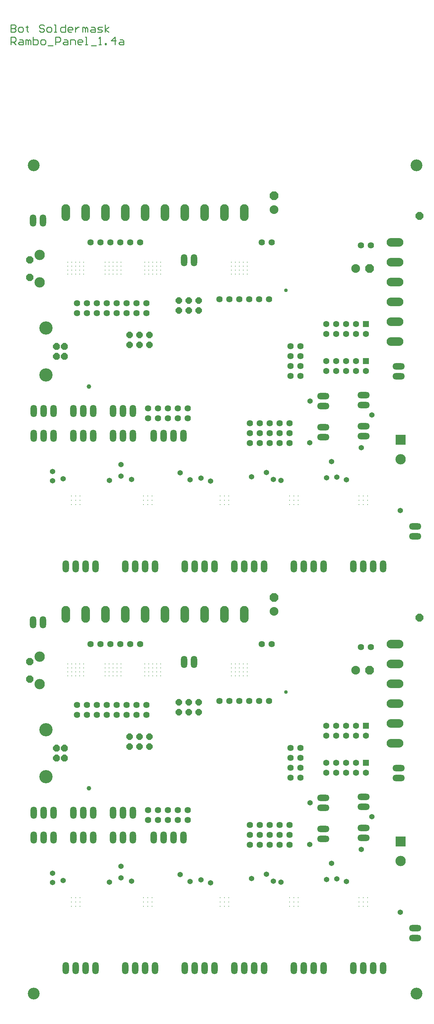
<source format=gbs>
G04 Layer_Color=16711935*
%FSLAX25Y25*%
%MOIN*%
G70*
G01*
G75*
%ADD12C,0.01000*%
%ADD88P,0.07577X8X292.5*%
%ADD110C,0.06400*%
G04:AMPARAMS|DCode=216|XSize=118.74mil|YSize=118.74mil|CornerRadius=59.37mil|HoleSize=0mil|Usage=FLASHONLY|Rotation=90.000|XOffset=0mil|YOffset=0mil|HoleType=Round|Shape=RoundedRectangle|*
%AMROUNDEDRECTD216*
21,1,0.11874,0.00000,0,0,90.0*
21,1,0.00000,0.11874,0,0,90.0*
1,1,0.11874,0.00000,0.00000*
1,1,0.11874,0.00000,0.00000*
1,1,0.11874,0.00000,0.00000*
1,1,0.11874,0.00000,0.00000*
%
%ADD216ROUNDEDRECTD216*%
%ADD267C,0.13391*%
%ADD268P,0.07038X8X22.5*%
%ADD269O,0.06400X0.12400*%
%ADD270C,0.10400*%
%ADD271P,0.08010X8X292.5*%
%ADD272O,0.16900X0.08650*%
%ADD273C,0.08800*%
%ADD274P,0.09525X8X112.5*%
%ADD275P,0.08659X8X22.5*%
%ADD276O,0.08650X0.16900*%
%ADD277R,0.10400X0.10400*%
%ADD278O,0.12400X0.06400*%
%ADD279P,0.09525X8X22.5*%
%ADD280C,0.05400*%
%ADD281R,0.06305X0.06305*%
%ADD282C,0.06305*%
%ADD284C,0.03769*%
%ADD285C,0.04556*%
G04:AMPARAMS|DCode=286|XSize=54mil|YSize=54mil|CornerRadius=27mil|HoleSize=0mil|Usage=FLASHONLY|Rotation=180.000|XOffset=0mil|YOffset=0mil|HoleType=Round|Shape=RoundedRectangle|*
%AMROUNDEDRECTD286*
21,1,0.05400,0.00000,0,0,180.0*
21,1,0.00000,0.05400,0,0,180.0*
1,1,0.05400,0.00000,0.00000*
1,1,0.05400,0.00000,0.00000*
1,1,0.05400,0.00000,0.00000*
1,1,0.05400,0.00000,0.00000*
%
%ADD286ROUNDEDRECTD286*%
%ADD287C,0.01000*%
G54D12*
X14869Y989837D02*
Y982340D01*
X18618D01*
X19868Y983589D01*
Y984839D01*
X18618Y986089D01*
X14869D01*
X18618D01*
X19868Y987338D01*
Y988588D01*
X18618Y989837D01*
X14869D01*
X23617Y982340D02*
X26116D01*
X27365Y983589D01*
Y986089D01*
X26116Y987338D01*
X23617D01*
X22367Y986089D01*
Y983589D01*
X23617Y982340D01*
X31114Y988588D02*
Y987338D01*
X29865D01*
X32364D01*
X31114D01*
Y983589D01*
X32364Y982340D01*
X48608Y988588D02*
X47359Y989837D01*
X44860D01*
X43610Y988588D01*
Y987338D01*
X44860Y986089D01*
X47359D01*
X48608Y984839D01*
Y983589D01*
X47359Y982340D01*
X44860D01*
X43610Y983589D01*
X52357Y982340D02*
X54856D01*
X56106Y983589D01*
Y986089D01*
X54856Y987338D01*
X52357D01*
X51108Y986089D01*
Y983589D01*
X52357Y982340D01*
X58605D02*
X61105D01*
X59855D01*
Y989837D01*
X58605D01*
X69852D02*
Y982340D01*
X66103D01*
X64853Y983589D01*
Y986089D01*
X66103Y987338D01*
X69852D01*
X76100Y982340D02*
X73601D01*
X72351Y983589D01*
Y986089D01*
X73601Y987338D01*
X76100D01*
X77349Y986089D01*
Y984839D01*
X72351D01*
X79848Y987338D02*
Y982340D01*
Y984839D01*
X81098Y986089D01*
X82348Y987338D01*
X83597D01*
X87346Y982340D02*
Y987338D01*
X88596D01*
X89845Y986089D01*
Y982340D01*
Y986089D01*
X91095Y987338D01*
X92344Y986089D01*
Y982340D01*
X96093Y987338D02*
X98592D01*
X99842Y986089D01*
Y982340D01*
X96093D01*
X94844Y983589D01*
X96093Y984839D01*
X99842D01*
X102341Y982340D02*
X106090D01*
X107340Y983589D01*
X106090Y984839D01*
X103591D01*
X102341Y986089D01*
X103591Y987338D01*
X107340D01*
X109839Y982340D02*
Y989837D01*
Y984839D02*
X113588Y987338D01*
X109839Y984839D02*
X113588Y982340D01*
X14869Y969840D02*
Y977337D01*
X18618D01*
X19868Y976088D01*
Y973589D01*
X18618Y972339D01*
X14869D01*
X17369D02*
X19868Y969840D01*
X23617Y974838D02*
X26116D01*
X27365Y973589D01*
Y969840D01*
X23617D01*
X22367Y971089D01*
X23617Y972339D01*
X27365D01*
X29865Y969840D02*
Y974838D01*
X31114D01*
X32364Y973589D01*
Y969840D01*
Y973589D01*
X33613Y974838D01*
X34863Y973589D01*
Y969840D01*
X37362Y977337D02*
Y969840D01*
X41111D01*
X42360Y971089D01*
Y972339D01*
Y973589D01*
X41111Y974838D01*
X37362D01*
X46109Y969840D02*
X48608D01*
X49858Y971089D01*
Y973589D01*
X48608Y974838D01*
X46109D01*
X44860Y973589D01*
Y971089D01*
X46109Y969840D01*
X52357Y968590D02*
X57356D01*
X59855Y969840D02*
Y977337D01*
X63604D01*
X64853Y976088D01*
Y973589D01*
X63604Y972339D01*
X59855D01*
X68602Y974838D02*
X71101D01*
X72351Y973589D01*
Y969840D01*
X68602D01*
X67352Y971089D01*
X68602Y972339D01*
X72351D01*
X74850Y969840D02*
Y974838D01*
X78599D01*
X79848Y973589D01*
Y969840D01*
X86096D02*
X83597D01*
X82348Y971089D01*
Y973589D01*
X83597Y974838D01*
X86096D01*
X87346Y973589D01*
Y972339D01*
X82348D01*
X89845Y969840D02*
X92344D01*
X91095D01*
Y977337D01*
X89845D01*
X96093Y968590D02*
X101092D01*
X103591Y969840D02*
X106090D01*
X104840D01*
Y977337D01*
X103591Y976088D01*
X109839Y969840D02*
Y971089D01*
X111088D01*
Y969840D01*
X109839D01*
X119835D02*
Y977337D01*
X116087Y973589D01*
X121085D01*
X124834Y974838D02*
X127333D01*
X128583Y973589D01*
Y969840D01*
X124834D01*
X123584Y971089D01*
X124834Y972339D01*
X128583D01*
G54D88*
X61063Y250473D02*
D03*
Y260315D02*
D03*
X68937D02*
D03*
Y250473D02*
D03*
X61063Y655473D02*
D03*
Y665315D02*
D03*
X68937D02*
D03*
Y655473D02*
D03*
G54D110*
X275394Y307894D02*
D03*
X265394D02*
D03*
X255394D02*
D03*
X245394D02*
D03*
X235394D02*
D03*
X225394D02*
D03*
X193288Y197894D02*
D03*
Y187894D02*
D03*
X183288Y197894D02*
D03*
Y187894D02*
D03*
X173288Y197894D02*
D03*
Y187894D02*
D03*
X163288Y197894D02*
D03*
Y187894D02*
D03*
X153288Y197894D02*
D03*
Y187894D02*
D03*
X81644Y294144D02*
D03*
Y304144D02*
D03*
X91644Y294144D02*
D03*
Y304144D02*
D03*
X101644Y294144D02*
D03*
Y304144D02*
D03*
X111644Y294144D02*
D03*
Y304144D02*
D03*
X121644Y294144D02*
D03*
Y304144D02*
D03*
X131644Y294144D02*
D03*
Y304144D02*
D03*
X141644Y294144D02*
D03*
Y304144D02*
D03*
X151644Y294144D02*
D03*
Y304144D02*
D03*
X297094Y260594D02*
D03*
X307094D02*
D03*
X297094Y250594D02*
D03*
X307094D02*
D03*
X297094Y240594D02*
D03*
X307094D02*
D03*
X297094Y230594D02*
D03*
X307094D02*
D03*
X367894Y362394D02*
D03*
X377894D02*
D03*
X277894Y365394D02*
D03*
X267894D02*
D03*
X145394D02*
D03*
X135394D02*
D03*
X125394D02*
D03*
X115394D02*
D03*
X105394D02*
D03*
X95394D02*
D03*
X255894Y182955D02*
D03*
X265894D02*
D03*
X275894D02*
D03*
X285894D02*
D03*
X295894D02*
D03*
X255894Y172955D02*
D03*
X265894D02*
D03*
X275894D02*
D03*
X285894D02*
D03*
X295894D02*
D03*
X255894Y162955D02*
D03*
X265894D02*
D03*
X275894D02*
D03*
X285894D02*
D03*
X295894D02*
D03*
X275394Y712894D02*
D03*
X265394D02*
D03*
X255394D02*
D03*
X245394D02*
D03*
X235394D02*
D03*
X225394D02*
D03*
X193288Y602894D02*
D03*
Y592894D02*
D03*
X183288Y602894D02*
D03*
Y592894D02*
D03*
X173288Y602894D02*
D03*
Y592894D02*
D03*
X163288Y602894D02*
D03*
Y592894D02*
D03*
X153288Y602894D02*
D03*
Y592894D02*
D03*
X81644Y699144D02*
D03*
Y709144D02*
D03*
X91644Y699144D02*
D03*
Y709144D02*
D03*
X101644Y699144D02*
D03*
Y709144D02*
D03*
X111644Y699144D02*
D03*
Y709144D02*
D03*
X121644Y699144D02*
D03*
Y709144D02*
D03*
X131644Y699144D02*
D03*
Y709144D02*
D03*
X141644Y699144D02*
D03*
Y709144D02*
D03*
X151644Y699144D02*
D03*
Y709144D02*
D03*
X297094Y665594D02*
D03*
X307094D02*
D03*
X297094Y655594D02*
D03*
X307094D02*
D03*
X297094Y645594D02*
D03*
X307094D02*
D03*
X297094Y635594D02*
D03*
X307094D02*
D03*
X367894Y767394D02*
D03*
X377894D02*
D03*
X277894Y770394D02*
D03*
X267894D02*
D03*
X145394D02*
D03*
X135394D02*
D03*
X125394D02*
D03*
X115394D02*
D03*
X105394D02*
D03*
X95394D02*
D03*
X255894Y587955D02*
D03*
X265894D02*
D03*
X275894D02*
D03*
X285894D02*
D03*
X295894D02*
D03*
X255894Y577955D02*
D03*
X265894D02*
D03*
X275894D02*
D03*
X285894D02*
D03*
X295894D02*
D03*
X255894Y567955D02*
D03*
X265894D02*
D03*
X275894D02*
D03*
X285894D02*
D03*
X295894D02*
D03*
G54D216*
X37894Y847974D02*
D03*
X423780D02*
D03*
Y13189D02*
D03*
X37894Y12894D02*
D03*
G54D267*
X50394Y231772D02*
D03*
Y279016D02*
D03*
Y636772D02*
D03*
Y684016D02*
D03*
G54D268*
X154644Y272144D02*
D03*
Y262144D02*
D03*
X144644Y272144D02*
D03*
Y262144D02*
D03*
X134644Y272144D02*
D03*
Y262144D02*
D03*
X204144Y306644D02*
D03*
Y296644D02*
D03*
X194144Y306644D02*
D03*
Y296644D02*
D03*
X184144Y306644D02*
D03*
Y296644D02*
D03*
X154644Y677144D02*
D03*
Y667144D02*
D03*
X144644Y677144D02*
D03*
Y667144D02*
D03*
X134644Y677144D02*
D03*
Y667144D02*
D03*
X204144Y711644D02*
D03*
Y701644D02*
D03*
X194144Y711644D02*
D03*
Y701644D02*
D03*
X184144Y711644D02*
D03*
Y701644D02*
D03*
G54D269*
X37894Y170394D02*
D03*
X47894D02*
D03*
X57894D02*
D03*
X189065D02*
D03*
X159065D02*
D03*
X169065D02*
D03*
X179065D02*
D03*
X240128Y38694D02*
D03*
X250128D02*
D03*
X260128D02*
D03*
X270128D02*
D03*
X189644Y347394D02*
D03*
X199644D02*
D03*
X37269Y387269D02*
D03*
X47269D02*
D03*
X77894Y170394D02*
D03*
X87894D02*
D03*
X97894D02*
D03*
X117894D02*
D03*
X127894D02*
D03*
X137894D02*
D03*
X57894Y195394D02*
D03*
X47894D02*
D03*
X37894D02*
D03*
X97894D02*
D03*
X87894D02*
D03*
X77894D02*
D03*
X137894D02*
D03*
X127894D02*
D03*
X117894D02*
D03*
X360128Y38694D02*
D03*
X370128D02*
D03*
X380128D02*
D03*
X390128D02*
D03*
X300128D02*
D03*
X310128D02*
D03*
X320128D02*
D03*
X330128D02*
D03*
X190128D02*
D03*
X200128D02*
D03*
X210128D02*
D03*
X220128D02*
D03*
X130128D02*
D03*
X140128D02*
D03*
X150128D02*
D03*
X160128D02*
D03*
X70394D02*
D03*
X80394D02*
D03*
X90394D02*
D03*
X100394D02*
D03*
X37894Y575394D02*
D03*
X47894D02*
D03*
X57894D02*
D03*
X189065D02*
D03*
X159065D02*
D03*
X169065D02*
D03*
X179065D02*
D03*
X240128Y443694D02*
D03*
X250128D02*
D03*
X260128D02*
D03*
X270128D02*
D03*
X189644Y752394D02*
D03*
X199644D02*
D03*
X37269Y792269D02*
D03*
X47269D02*
D03*
X77894Y575394D02*
D03*
X87894D02*
D03*
X97894D02*
D03*
X117894D02*
D03*
X127894D02*
D03*
X137894D02*
D03*
X57894Y600394D02*
D03*
X47894D02*
D03*
X37894D02*
D03*
X97894D02*
D03*
X87894D02*
D03*
X77894D02*
D03*
X137894D02*
D03*
X127894D02*
D03*
X117894D02*
D03*
X360128Y443694D02*
D03*
X370128D02*
D03*
X380128D02*
D03*
X390128D02*
D03*
X300128D02*
D03*
X310128D02*
D03*
X320128D02*
D03*
X330128D02*
D03*
X190128D02*
D03*
X200128D02*
D03*
X210128D02*
D03*
X220128D02*
D03*
X130128D02*
D03*
X140128D02*
D03*
X150128D02*
D03*
X160128D02*
D03*
X70394D02*
D03*
X80394D02*
D03*
X90394D02*
D03*
X100394D02*
D03*
G54D270*
X43794Y325094D02*
D03*
Y352694D02*
D03*
X407894Y146801D02*
D03*
X43794Y730094D02*
D03*
Y757694D02*
D03*
X407894Y551801D02*
D03*
G54D271*
X33994Y329994D02*
D03*
Y347794D02*
D03*
Y734994D02*
D03*
Y752794D02*
D03*
G54D272*
X402394Y345394D02*
D03*
Y325394D02*
D03*
Y305394D02*
D03*
Y365394D02*
D03*
Y285394D02*
D03*
Y265394D02*
D03*
Y750394D02*
D03*
Y730394D02*
D03*
Y710394D02*
D03*
Y770394D02*
D03*
Y690394D02*
D03*
Y670394D02*
D03*
G54D273*
X280394Y398394D02*
D03*
X362644Y338894D02*
D03*
X280394Y803394D02*
D03*
X362644Y743894D02*
D03*
G54D274*
X280394Y412394D02*
D03*
Y817394D02*
D03*
G54D275*
X426929Y392008D02*
D03*
Y797008D02*
D03*
G54D276*
X250394Y395394D02*
D03*
X230394D02*
D03*
X210394D02*
D03*
X190394D02*
D03*
X170394D02*
D03*
X150394D02*
D03*
X130394D02*
D03*
X110394D02*
D03*
X90394D02*
D03*
X70394D02*
D03*
X250394Y800394D02*
D03*
X230394D02*
D03*
X210394D02*
D03*
X190394D02*
D03*
X170394D02*
D03*
X150394D02*
D03*
X130394D02*
D03*
X110394D02*
D03*
X90394D02*
D03*
X70394D02*
D03*
G54D277*
X407894Y166487D02*
D03*
Y571487D02*
D03*
G54D278*
X370494Y180094D02*
D03*
Y170094D02*
D03*
X405794Y230394D02*
D03*
Y240394D02*
D03*
X422589Y79119D02*
D03*
Y69119D02*
D03*
X370494Y211494D02*
D03*
Y201494D02*
D03*
X329794Y179094D02*
D03*
Y169094D02*
D03*
X330094Y210294D02*
D03*
Y200294D02*
D03*
X370494Y585094D02*
D03*
Y575094D02*
D03*
X405794Y635394D02*
D03*
Y645394D02*
D03*
X422589Y484119D02*
D03*
Y474119D02*
D03*
X370494Y616494D02*
D03*
Y606494D02*
D03*
X329794Y584094D02*
D03*
Y574094D02*
D03*
X330094Y615294D02*
D03*
Y605294D02*
D03*
G54D279*
X376644Y338894D02*
D03*
Y743894D02*
D03*
G54D280*
X407569Y95144D02*
D03*
X338357Y144519D02*
D03*
X343738Y128744D02*
D03*
X353131Y125969D02*
D03*
X333144Y127894D02*
D03*
X272769Y133394D02*
D03*
X287289Y125354D02*
D03*
X279700Y126437D02*
D03*
X257519Y128894D02*
D03*
X195607Y126158D02*
D03*
X206532Y127801D02*
D03*
X216144Y124769D02*
D03*
X185526Y133157D02*
D03*
X126087Y129750D02*
D03*
X126019Y141394D02*
D03*
X136732Y126269D02*
D03*
X114325Y125494D02*
D03*
X57000Y134327D02*
D03*
X67756Y126926D02*
D03*
X56894Y124894D02*
D03*
X407569Y500144D02*
D03*
X338357Y549519D02*
D03*
X343738Y533744D02*
D03*
X353131Y530969D02*
D03*
X333144Y532894D02*
D03*
X272769Y538394D02*
D03*
X287289Y530354D02*
D03*
X279700Y531437D02*
D03*
X257519Y533894D02*
D03*
X195607Y531158D02*
D03*
X206532Y532801D02*
D03*
X216144Y529769D02*
D03*
X185526Y538157D02*
D03*
X126087Y534750D02*
D03*
X126019Y546394D02*
D03*
X136732Y531269D02*
D03*
X114325Y530494D02*
D03*
X57000Y539327D02*
D03*
X67756Y531926D02*
D03*
X56894Y529894D02*
D03*
G54D281*
X372894Y282894D02*
D03*
Y245594D02*
D03*
Y687894D02*
D03*
Y650594D02*
D03*
G54D282*
Y272894D02*
D03*
X362894Y282894D02*
D03*
Y272894D02*
D03*
X352894Y282894D02*
D03*
Y272894D02*
D03*
X342894Y282894D02*
D03*
Y272894D02*
D03*
X332894Y282894D02*
D03*
Y272894D02*
D03*
X372894Y235594D02*
D03*
X362894Y245594D02*
D03*
Y235594D02*
D03*
X352894Y245594D02*
D03*
Y235594D02*
D03*
X342894Y245594D02*
D03*
Y235594D02*
D03*
X332894Y245594D02*
D03*
Y235594D02*
D03*
X372894Y677894D02*
D03*
X362894Y687894D02*
D03*
Y677894D02*
D03*
X352894Y687894D02*
D03*
Y677894D02*
D03*
X342894Y687894D02*
D03*
Y677894D02*
D03*
X332894Y687894D02*
D03*
Y677894D02*
D03*
X372894Y640594D02*
D03*
X362894Y650594D02*
D03*
Y640594D02*
D03*
X352894Y650594D02*
D03*
Y640594D02*
D03*
X342894Y650594D02*
D03*
Y640594D02*
D03*
X332894Y650594D02*
D03*
Y640594D02*
D03*
G54D284*
X292219Y316894D02*
D03*
Y721894D02*
D03*
G54D285*
X93644Y220144D02*
D03*
Y625144D02*
D03*
G54D286*
X378855Y191318D02*
D03*
X368394Y158394D02*
D03*
X316294Y163294D02*
D03*
X316594Y205294D02*
D03*
X378855Y596318D02*
D03*
X368394Y563394D02*
D03*
X316294Y568294D02*
D03*
X316594Y610294D02*
D03*
G54D287*
X84724Y101063D02*
D03*
X80394D02*
D03*
X76063D02*
D03*
X84724Y105394D02*
D03*
X80394D02*
D03*
X76063D02*
D03*
X84724Y109724D02*
D03*
X80394D02*
D03*
X76063D02*
D03*
X148563D02*
D03*
X152894D02*
D03*
X157224D02*
D03*
X148563Y105394D02*
D03*
X152894D02*
D03*
X157224D02*
D03*
X148563Y101063D02*
D03*
X152894D02*
D03*
X157224D02*
D03*
X234724D02*
D03*
X230394D02*
D03*
X226063D02*
D03*
X234724Y105394D02*
D03*
X230394D02*
D03*
X226063D02*
D03*
X234724Y109724D02*
D03*
X230394D02*
D03*
X226063D02*
D03*
X296063D02*
D03*
X300394D02*
D03*
X304724D02*
D03*
X296063Y105394D02*
D03*
X300394D02*
D03*
X304724D02*
D03*
X296063Y101063D02*
D03*
X300394D02*
D03*
X304724D02*
D03*
X374724D02*
D03*
X370394D02*
D03*
X366063D02*
D03*
X374724Y105394D02*
D03*
X370394D02*
D03*
X366063D02*
D03*
X374724Y109724D02*
D03*
X370394D02*
D03*
X366063D02*
D03*
X84394Y333500D02*
D03*
X88394D02*
D03*
Y337500D02*
D03*
X84394D02*
D03*
Y341500D02*
D03*
X88394D02*
D03*
Y345500D02*
D03*
X84394D02*
D03*
X76394D02*
D03*
X72394D02*
D03*
Y341500D02*
D03*
X76394D02*
D03*
Y337500D02*
D03*
X72394D02*
D03*
Y333500D02*
D03*
X76394D02*
D03*
X80394D02*
D03*
Y337500D02*
D03*
Y345500D02*
D03*
Y341500D02*
D03*
X117894D02*
D03*
Y345500D02*
D03*
Y337500D02*
D03*
Y333500D02*
D03*
X113894D02*
D03*
X109894D02*
D03*
Y337500D02*
D03*
X113894D02*
D03*
Y341500D02*
D03*
X109894D02*
D03*
Y345500D02*
D03*
X113894D02*
D03*
X121894D02*
D03*
X125894D02*
D03*
Y341500D02*
D03*
X121894D02*
D03*
Y337500D02*
D03*
X125894D02*
D03*
Y333500D02*
D03*
X121894D02*
D03*
X161894D02*
D03*
X165894D02*
D03*
Y337500D02*
D03*
X161894D02*
D03*
Y341500D02*
D03*
X165894D02*
D03*
Y345500D02*
D03*
X161894D02*
D03*
X153894D02*
D03*
X149894D02*
D03*
Y341500D02*
D03*
X153894D02*
D03*
Y337500D02*
D03*
X149894D02*
D03*
Y333500D02*
D03*
X153894D02*
D03*
X157894D02*
D03*
Y337500D02*
D03*
Y345500D02*
D03*
Y341500D02*
D03*
X245394D02*
D03*
Y345500D02*
D03*
Y337500D02*
D03*
Y333500D02*
D03*
X241394D02*
D03*
X237394D02*
D03*
Y337500D02*
D03*
X241394D02*
D03*
Y341500D02*
D03*
X237394D02*
D03*
Y345500D02*
D03*
X241394D02*
D03*
X249394D02*
D03*
X253394D02*
D03*
Y341500D02*
D03*
X249394D02*
D03*
Y337500D02*
D03*
X253394D02*
D03*
Y333500D02*
D03*
X249394D02*
D03*
X84724Y506063D02*
D03*
X80394D02*
D03*
X76063D02*
D03*
X84724Y510394D02*
D03*
X80394D02*
D03*
X76063D02*
D03*
X84724Y514724D02*
D03*
X80394D02*
D03*
X76063D02*
D03*
X148563D02*
D03*
X152894D02*
D03*
X157224D02*
D03*
X148563Y510394D02*
D03*
X152894D02*
D03*
X157224D02*
D03*
X148563Y506063D02*
D03*
X152894D02*
D03*
X157224D02*
D03*
X234724D02*
D03*
X230394D02*
D03*
X226063D02*
D03*
X234724Y510394D02*
D03*
X230394D02*
D03*
X226063D02*
D03*
X234724Y514724D02*
D03*
X230394D02*
D03*
X226063D02*
D03*
X296063D02*
D03*
X300394D02*
D03*
X304724D02*
D03*
X296063Y510394D02*
D03*
X300394D02*
D03*
X304724D02*
D03*
X296063Y506063D02*
D03*
X300394D02*
D03*
X304724D02*
D03*
X374724D02*
D03*
X370394D02*
D03*
X366063D02*
D03*
X374724Y510394D02*
D03*
X370394D02*
D03*
X366063D02*
D03*
X374724Y514724D02*
D03*
X370394D02*
D03*
X366063D02*
D03*
X84394Y738500D02*
D03*
X88394D02*
D03*
Y742500D02*
D03*
X84394D02*
D03*
Y746500D02*
D03*
X88394D02*
D03*
Y750500D02*
D03*
X84394D02*
D03*
X76394D02*
D03*
X72394D02*
D03*
Y746500D02*
D03*
X76394D02*
D03*
Y742500D02*
D03*
X72394D02*
D03*
Y738500D02*
D03*
X76394D02*
D03*
X80394D02*
D03*
Y742500D02*
D03*
Y750500D02*
D03*
Y746500D02*
D03*
X117894D02*
D03*
Y750500D02*
D03*
Y742500D02*
D03*
Y738500D02*
D03*
X113894D02*
D03*
X109894D02*
D03*
Y742500D02*
D03*
X113894D02*
D03*
Y746500D02*
D03*
X109894D02*
D03*
Y750500D02*
D03*
X113894D02*
D03*
X121894D02*
D03*
X125894D02*
D03*
Y746500D02*
D03*
X121894D02*
D03*
Y742500D02*
D03*
X125894D02*
D03*
Y738500D02*
D03*
X121894D02*
D03*
X161894D02*
D03*
X165894D02*
D03*
Y742500D02*
D03*
X161894D02*
D03*
Y746500D02*
D03*
X165894D02*
D03*
Y750500D02*
D03*
X161894D02*
D03*
X153894D02*
D03*
X149894D02*
D03*
Y746500D02*
D03*
X153894D02*
D03*
Y742500D02*
D03*
X149894D02*
D03*
Y738500D02*
D03*
X153894D02*
D03*
X157894D02*
D03*
Y742500D02*
D03*
Y750500D02*
D03*
Y746500D02*
D03*
X245394D02*
D03*
Y750500D02*
D03*
Y742500D02*
D03*
Y738500D02*
D03*
X241394D02*
D03*
X237394D02*
D03*
Y742500D02*
D03*
X241394D02*
D03*
Y746500D02*
D03*
X237394D02*
D03*
Y750500D02*
D03*
X241394D02*
D03*
X249394D02*
D03*
X253394D02*
D03*
Y746500D02*
D03*
X249394D02*
D03*
Y742500D02*
D03*
X253394D02*
D03*
Y738500D02*
D03*
X249394D02*
D03*
M02*

</source>
